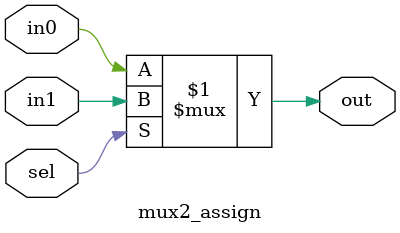
<source format=sv>
module mux2_assign (
  input logic in0, in1, sel, 
  output logic out
);

  assign out = sel ? in1 : in0;

endmodule


</source>
